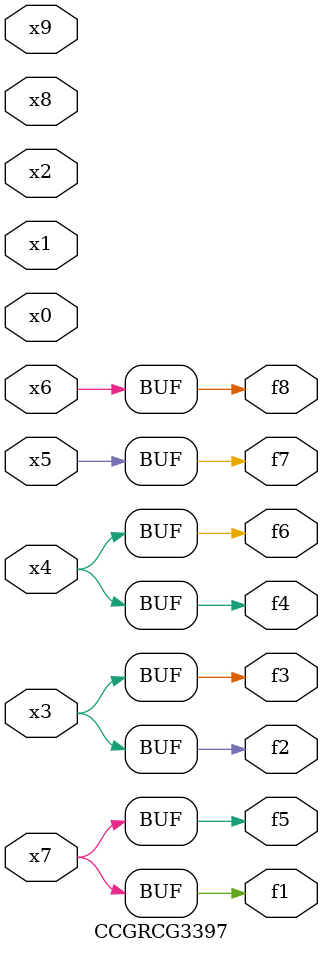
<source format=v>
module CCGRCG3397(
	input x0, x1, x2, x3, x4, x5, x6, x7, x8, x9,
	output f1, f2, f3, f4, f5, f6, f7, f8
);
	assign f1 = x7;
	assign f2 = x3;
	assign f3 = x3;
	assign f4 = x4;
	assign f5 = x7;
	assign f6 = x4;
	assign f7 = x5;
	assign f8 = x6;
endmodule

</source>
